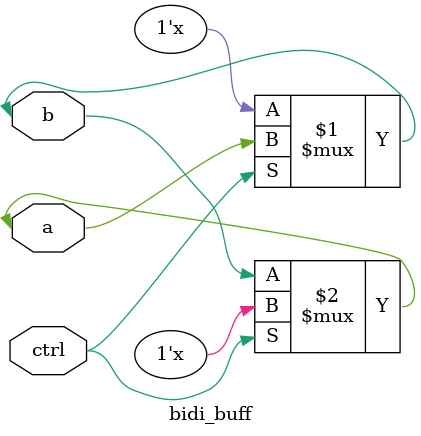
<source format=v>
module bidi_buff(a,b,ctrl);

inout a,b;
input ctrl;

bufif1 b1(b,a,ctrl);
bufif0 b0(a,b,ctrl);

endmodule

</source>
